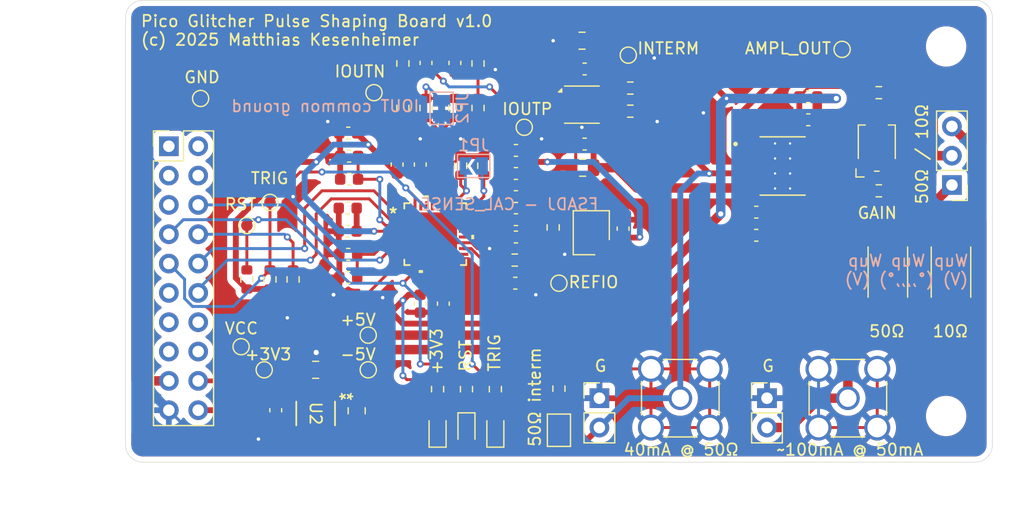
<source format=kicad_pcb>
(kicad_pcb (version 20240108) (generator "pcbnew") (generator_version "8.0")
  (layers (0 "F.Cu" signal) (31 "B.Cu" signal) (34 "B.Paste" user) (35 "F.Paste" user) (36 "B.SilkS" user "B.Silkscreen") (37 "F.SilkS" user "F.Silkscreen") (38 "B.Mask" user) (39 "F.Mask" user) (44 "Edge.Cuts" user))
  (net 0 "")
  (net 11 "GND")
  (net 12 "+5V")
  (net 13 "/TRIG")
  (net 14 "+3V3")
  (net 15 "/CSn")
  (net 16 "/MOSI")
  (net 17 "/MISO")
  (net 18 "VCC")
  (net 19 "/SCK")
  (net 29 "Net-(U1-CLKP)")
  (net 30 "Net-(X1-OUT+)")
  (net 31 "Net-(U1-CLKN)")
  (net 32 "Net-(X1-OUT-)")
  (net 33 "/RSTn")
  (net 34 "/LDO1")
  (net 35 "/LDO2")
  (net 36 "/REFIO")
  (net 37 "Net-(R6-Pad1)")
  (net 38 "/CLKLDO")
  (net 39 "Net-(D1-A)")
  (net 40 "Net-(D2-K)")
  (net 41 "Net-(JP1-B)")
  (net 42 "Net-(JP1-A)")
  (net 43 "Net-(D3-A)")
  (net 45 "Net-(U2-CAP-)")
  (net 46 "Net-(U2-CAP+)")
  (net 47 "-5V")
  (net 48 "/+IN")
  (net 49 "/-IN")
  (net 50 "/FB")
  (net 51 "Net-(JP2-B)")
  (net 52 "/IOUTP")
  (net 53 "/IOUTN")
  (net 55 "/INTERM")
  (net 56 "/OUT")
  (net 57 "Net-(JP3-B)")
  (net 58 "Net-(J6-Pin_3)")
  (net 59 "Net-(R22-Pad2)")
  (net 60 "Net-(J6-Pin_1)")
  (net 61 "/AMPL_VIN+")
  (net 62 "/AMPL_VIN-")
  (net 63 "/AMPL_VOUT")
  (footprint "LED_SMD:LED_0603_1608Metric" (layer "F.Cu") (at 96 103.7125 90)
    (property "Reference" "D3" (hide yes))
    (property "Value" "LED_BLUE_TRIG")
  )
  (footprint "Capacitor_SMD:C_0603_1608Metric" (layer "F.Cu") (at 89.5 92.775 90)
    (property "Reference" "C15" (hide yes))
    (property "Value" "0.1uF")
  )
  (footprint "Capacitor_SMD:C_0603_1608Metric" (layer "F.Cu") (at 103.725 78.95)
    (property "Reference" "C30" (hide yes))
    (property "Value" "0.1uF")
  )
  (footprint "TestPoint:TestPoint_Pad_D1.0mm" (layer "F.Cu") (at 85 98.5)
    (property "Reference" "TP8" (hide yes))
    (property "Value" "TP_-5V")
  )
  (footprint "Capacitor_SMD:C_0603_1608Metric" (layer "F.Cu") (at 77 102 90)
    (property "Reference" "C29" (hide yes))
    (property "Value" "0.1uF")
  )
  (footprint "Connector_PinHeader_2.54mm:PinHeader_1x03_P2.54mm_Vertical" (layer "F.Cu") (at 135.5 82.5 180)
    (property "Reference" "J6" (hide yes))
    (property "Value" "Conn_01x03_Pin")
  )
  (footprint "footprints:CP-32-12_ADI" (layer "F.Cu") (at 90.8011 86.750001)
    (property "Reference" "U1" (hide yes))
    (property "Value" "AD9102BCPZRL7")
  )
  (footprint "TestPoint:TestPoint_Pad_D1.0mm" (layer "F.Cu") (at 98.5 77.5)
    (property "Reference" "TP9" (hide yes))
    (property "Value" "TP_IOUTP")
  )
  (footprint "TestPoint:TestPoint_Pad_D1.0mm" (layer "F.Cu") (at 85 95.5)
    (property "Reference" "TP4" (hide yes))
    (property "Value" "TP_5V")
  )
  (footprint "Resistor_SMD:R_0603_1608Metric" (layer "F.Cu") (at 90 75.825 -90)
    (property "Reference" "R12" (hide yes))
    (property "Value" "420")
  )
  (footprint "Capacitor_SMD:C_0805_2012Metric" (layer "F.Cu") (at 103.5 70)
    (property "Reference" "C28" (hide yes))
    (property "Value" "2.2uF")
  )
  (footprint "Capacitor_SMD:C_0603_1608Metric" (layer "F.Cu") (at 103.725 72.45)
    (property "Reference" "C27" (hide yes))
    (property "Value" "0.1uF")
  )
  (footprint "Resistor_SMD:R_0603_1608Metric" (layer "F.Cu") (at 94.5 71.975 -90)
    (property "Reference" "R15" (hide yes))
    (property "Value" "10K")
  )
  (footprint "TestPoint:TestPoint_Pad_D1.0mm" (layer "F.Cu") (at 74.5 86)
    (property "Reference" "TP7" (hide yes))
    (property "Value" "TP_RST")
  )
  (footprint "Connector_PinHeader_2.54mm:PinHeader_1x02_P2.54mm_Vertical" (layer "F.Cu") (at 105 100.96)
    (property "Reference" "J4" (hide yes))
    (property "Value" "Conn_01x02_Pin")
  )
  (footprint "Potentiometer_SMD:Potentiometer_Bourns_TC33X_Vertical" (layer "F.Cu") (at 129 79.2 90)
    (property "Reference" "RV1" (hide yes))
    (property "Value" "1k")
  )
  (footprint "Connector_Coaxial:SMA_Amphenol_901-144_Vertical" (layer "F.Cu") (at 112 100.96)
    (property "Reference" "J2" (hide yes))
    (property "Value" "Conn_Coaxial")
  )
  (footprint "Resistor_SMD:R_0603_1608Metric" (layer "F.Cu") (at 97.675 89 180)
    (property "Reference" "R6" (hide yes))
    (property "Value" "1k")
  )
  (footprint "Capacitor_SMD:C_0603_1608Metric" (layer "F.Cu") (at 97.775 85.5 180)
    (property "Reference" "C1" (hide yes))
    (property "Value" "0.1uF")
  )
  (footprint "Capacitor_SMD:C_0603_1608Metric" (layer "F.Cu") (at 97.775 83.5 180)
    (property "Reference" "C9" (hide yes))
    (property "Value" "0.1uF")
  )
  (footprint "Capacitor_SMD:C_0603_1608Metric" (layer "F.Cu") (at 90 71.925 -90)
    (property "Reference" "C26" (hide yes))
    (property "Value" "1.5pF")
  )
  (footprint "Connector_PinHeader_2.54mm:PinHeader_2x10_P2.54mm_Vertical" (layer "F.Cu") (at 67.75 79.14)
    (property "Reference" "J1" (hide yes))
    (property "Value" "Conn_02x10_Odd_Even")
  )
  (footprint "Resistor_SMD:R_2512_6332Metric" (layer "F.Cu") (at 135.42 90.0375 90)
    (property "Reference" "R20" (hide yes))
    (property "Value" "10")
  )
  (footprint "Capacitor_SMD:C_0603_1608Metric" (layer "F.Cu") (at 83.35 82)
    (property "Reference" "C6" (hide yes))
    (property "Value" "0.1uF")
  )
  (footprint "TestPoint:TestPoint_Pad_D1.0mm" (layer "F.Cu") (at 107.5 71.25)
    (property "Reference" "TP11" (hide yes))
    (property "Value" "TP_INTERM")
  )
  (footprint "Resistor_SMD:R_0603_1608Metric" (layer "F.Cu") (at 76.5 90.675 90)
    (property "Reference" "R2" (hide yes))
    (property "Value" "4.7k")
  )
  (footprint "Resistor_SMD:R_0603_1608Metric" (layer "F.Cu") (at 107.675 76.1025 180)
    (property "Reference" "R17" (hide yes))
    (property "Value" "10K")
  )
  (footprint "Capacitor_SMD:C_0603_1608Metric" (layer "F.Cu") (at 83.225 84.5)
    (property "Reference" "C13" (hide yes))
    (property "Value" "0.1uF")
  )
  (footprint "Resistor_SMD:R_0603_1608Metric" (layer "F.Cu") (at 107.675 74.1025)
    (property "Reference" "R18" (hide yes))
    (property "Value" "49.9")
  )
  (footprint "TestPoint:TestPoint_Pad_D1.0mm" (layer "F.Cu") (at 85.5 74.5)
    (property "Reference" "TP10" (hide yes))
    (property "Value" "TP_IOUTP")
  )
  (footprint "Capacitor_SMD:C_0603_1608Metric" (layer "F.Cu") (at 97.775 87 180)
    (property "Reference" "C2" (hide yes))
    (property "Value" "0.1uF")
  )
  (footprint "Capacitor_SMD:C_0603_1608Metric" (layer "F.Cu") (at 83.35 80)
    (property "Reference" "C7" (hide yes))
    (property "Value" "100pF")
  )
  (footprint "Oscillator:Oscillator_SMD_SiTime_PQFD-6L_3.2x2.5mm" (layer "F.Cu") (at 104.3 86.625 180)
    (property "Reference" "X1" (hide yes))
    (property "Value" "OB3225125MLDB6SI-00")
  )
  (footprint "TestPoint:TestPoint_Pad_D1.0mm" (layer "F.Cu") (at 76 98.5)
    (property "Reference" "TP3" (hide yes))
    (property "Value" "TP_3.3V")
  )
  (footprint "Connector_Coaxial:SMA_Amphenol_901-144_Vertical" (layer "F.Cu") (at 126.5 100.96)
    (property "Reference" "J3" (hide yes))
    (property "Value" "Conn_Coaxial")
  )
  (footprint "footprints:VREG_LM5017MR_NOPB" (layer "F.Cu") (at 120.85 80.85)
    (property "Reference" "U4" (hide yes))
    (property "Value" "THS3091DDAR")
  )
  (footprint "Resistor_SMD:R_0603_1608Metric" (layer "F.Cu") (at 93 80.825 90)
    (property "Reference" "R5" (hide yes))
    (property "Value" "6.8k")
  )
  (footprint "Capacitor_SMD:C_0603_1608Metric" (layer "F.Cu") (at 118.575 84.85 180)
    (property "Reference" "C23" (hide yes))
    (property "Value" "0.1uF")
  )
  (footprint "TestPoint:TestPoint_Pad_D1.0mm" (layer "F.Cu") (at 126 70.75)
    (property "Reference" "TP12" (hide yes))
    (property "Value" "TP_OUT")
  )
  (footprint "Package_CSP:LFCSP-8-1EP_3x3mm_P0.5mm_EP1.45x1.74mm" (layer "F.Cu") (at 103.485 75.5375)
    (property "Reference" "U3" (hide yes))
    (property "Value" "ADA4817-1ACP")
  )
  (footprint "Resistor_SMD:R_0603_1608Metric" (layer "F.Cu") (at 92.5 75.825 90)
    (property "Reference" "R11" (hide yes))
    (property "Value" "200")
  )
  (footprint "Capacitor_SMD:C_0805_2012Metric" (layer "F.Cu") (at 103.55 81)
    (property "Reference" "C31" (hide yes))
    (property "Value" "2.2uF")
  )
  (footprint "Capacitor_SMD:C_0603_1608Metric" (layer "F.Cu") (at 97.775 79.5 180)
    (property "Reference" "C17" (hide yes))
    (property "Value" "0.1uF")
  )
  (footprint "Capacitor_SMD:C_0805_2012Metric" (layer "F.Cu") (at 84 102.05 90)
    (property "Reference" "C19" (hide yes))
    (property "Value" "1uF")
  )
  (footprint "Resistor_SMD:R_0603_1608Metric" (layer "F.Cu") (at 88 75.825 -90)
    (property "Reference" "R14" (hide yes))
    (property "Value" "10k")
  )
  (footprint "MountingHole:MountingHole_3mm" (layer "F.Cu") (at 135 70.5)
    (property "Reference" "H1" (hide yes))
    (property "Value" "MountingHole")
  )
  (footprint "LED_SMD:LED_0603_1608Metric" (layer "F.Cu") (at 93.5 103.7125 -90)
    (property "Reference" "D2" (hide yes))
    (property "Value" "LED_GREEN_RESET")
  )
  (footprint "Resistor_SMD:R_0603_1608Metric" (layer "F.Cu") (at 94.5 75.825 -90)
    (property "Reference" "R13" (hide yes))
    (property "Value" "10K")
  )
  (footprint "TestPoint:TestPoint_Pad_D1.0mm" (layer "F.Cu") (at 76.5 84)
    (property "Reference" "TP6" (hide yes))
    (property "Value" "TP_TRIG")
  )
  (footprint "Capacitor_SMD:C_0603_1608Metric" (layer "F.Cu") (at 118.575 86.85 180)
    (property "Reference" "C24" (hide yes))
    (property "Value" "100pF")
  )
  (footprint "TestPoint:TestPoint_Pad_D1.0mm" (layer "F.Cu") (at 70.5 75)
    (property "Reference" "TP2" (hide yes))
    (property "Value" "TP_GND")
  )
  (footprint "Resistor_SMD:R_0603_1608Metric" (layer "F.Cu") (at 101.5 100.135 -90)
    (property "Reference" "R21" (hide yes))
    (property "Value" "49.9")
  )
  (footprint "Resistor_SMD:R_0603_1608Metric" (layer "F.Cu") (at 91 100.175 -90)
    (property "Reference" "R8" (hide yes))
    (property "Value" "150")
  )
  (footprint "TestPoint:TestPoint_Pad_D1.0mm" (layer "F.Cu") (at 101.5 91)
    (property "Reference" "TP1" (hide yes))
    (property "Value" "TP_REFIO")
  )
  (footprint "Capacitor_SMD:C_0603_1608Metric" (layer "F.Cu") (at 83.225 86.5)
    (property "Reference" "C12" (hide yes))
    (property "Value" "100pF")
  )
  (footprint "Jumper:SolderJumper-2_P1.3mm_Open_TrianglePad1.0x1.5mm" (layer "F.Cu") (at 101.5 103.735 90)
    (property "Reference" "JP3" (hide yes))
    (property "Value" "SolderJumper_2_Open")
  )
  (footprint "Resistor_SMD:R_0603_1608Metric" (layer "F.Cu") (at 129.175 74.5 180)
    (property "Reference" "R19" (hide yes))
    (property "Value" "500")
  )
  (footprint "Capacitor_SMD:C_0603_1608Metric" (layer "F.Cu") (at 123.075 74.85)
    (property "Reference" "C22" (hide yes))
    (property "Value" "100pF")
  )
  (footprint "Resistor_SMD:R_0603_1608Metric" (layer "F.Cu") (at 96 100.175 -90)
    (property "Reference" "R10" (hide yes))
    (property "Value" "150")
  )
  (footprint "Resistor_SMD:R_0603_1608Metric" (layer "F.Cu") (at 74.5 90.675 90)
    (property "Reference" "R1" (hide yes))
    (property "Value" "4.7k")
  )
  (footprint "Resistor_SMD:R_0603_1608Metric" (layer "F.Cu") (at 95 80.825 90)
    (property "Reference" "R7" (hide yes))
    (property "Value" "6.8k")
  )
  (footprint "Capacitor_SMD:C_0603_1608Metric" (layer "F.Cu") (at 97.725 91 180)
    (property "Reference" "C8" (hide yes))
    (property "Value" "0.1uF")
  )
  (footprint "Resistor_SMD:R_0603_1608Metric" (layer "F.Cu") (at 78.5 90.675 90)
    (property "Reference" "R3" (hide yes))
    (property "Value" "4.7k")
  )
  (footprint "Capacitor_SMD:C_0603_1608Metric" (layer "F.Cu") (at 89.5 80.725 -90)
    (property "Reference" "C18" (hide yes))
    (property "Value" "100pF")
  )
  (footprint "Capacitor_SMD:C_0603_1608Metric" (layer "F.Cu") (at 83.275 78)
    (property "Reference" "C16" (hide yes))
    (property "Value" "100pF")
  )
  (footprint "Capacitor_SMD:C_0603_1608Metric" (layer "F.Cu") (at 91.5 92.775 90)
    (property "Reference" "C14" (hide yes))
    (property "Value" "100pF")
  )
  (footprint "Connector_PinHeader_2.54mm:PinHeader_1x02_P2.54mm_Vertical" (layer "F.Cu") (at 119.5 100.96)
    (property "Reference" "J5" (hide yes))
    (property "Value" "Conn_01x02_Pin")
  )
  (footprint "Capacitor_SMD:C_0603_1608Metric" (layer "F.Cu") (at 123.075 76.85)
    (property "Reference" "C21" (hide yes))
    (property "Value" "0.1uF")
  )
  (footprint "Capacitor_SMD:C_0603_1608Metric" (layer "F.Cu") (at 97.775 81.5 180)
    (property "Reference" "C10" (hide yes))
    (property "Value" "100pF")
  )
  (footprint "Capacitor_SMD:C_0603_1608Metric" (layer "F.Cu") (at 92.5 71.925 -90)
    (property "Reference" "C25" (hide yes))
    (property "Value" "1.5pF")
  )
  (footprint "Capacitor_SMD:C_0805_2012Metric" (layer "F.Cu") (at 80.45 98.5)
    (property "Reference" "C20" (hide yes))
    (property "Value" "1uF")
  )
  (footprint "Resistor_SMD:R_0603_1608Metric" (layer "F.Cu") (at 101 86.175 -90)
    (property "Reference" "R4" (hide yes))
    (property "Value" "100")
  )
  (footprint "MountingHole:MountingHole_3mm" (layer "F.Cu") (at 135 102.5)
    (property "Reference" "H2" (hide yes))
    (property "Value" "MountingHole")
  )
  (footprint "Capacitor_SMD:C_0603_1608Metric" (layer "F.Cu") (at 83.275 90.5)
    (property "Reference" "C4" (hide yes))
    (property "Value" "0.1uF")
  )
  (footprint "Resistor_SMD:R_2512_6332Metric" (layer "F.Cu") (at 129.9575 90.0375 90)
    (property "Reference" "R23" (hide yes))
    (property "Value" "49.9")
  )
  (footprint "Capacitor_SMD:C_0603_1608Metric" (layer "F.Cu") (at 107.05 86.275 -90)
    (property "Reference" "C3" (hide yes))
    (property "Value" "0.1uF")
  )
  (footprint "Resistor_SMD:R_0603_1608Metric" (layer "F.Cu") (at 93.5 100.175 90)
    (property "Reference" "R9" (hide yes))
    (property "Value" "150")
  )
  (footprint "Capacitor_SMD:C_0603_1608Metric" (layer "F.Cu") (at 83.275 88.5)
    (property "Reference" "C5" (hide yes))
    (property "Value" "100pF")
  )
  (footprint "Resistor_SMD:R_0603_1608Metric" (layer "F.Cu") (at 129.175 83 180)
    (property "Reference" "R22" (hide yes))
    (property "Value" "500")
  )
  (footprint "Capacitor_SMD:C_0603_1608Metric" (layer "F.Cu") (at 87.5 80.725 -90)
    (property "Reference" "C11" (hide yes))
    (property "Value" "0.1uF")
  )
  (footprint "TestPoint:TestPoint_Pad_D1.0mm" (layer "F.Cu") (at 74 96.5)
    (property "Reference" "TP5" (hide yes))
    (property "Value" "TP_VCC")
  )
  (footprint "Resistor_SMD:R_0603_1608Metric" (layer "F.Cu") (at 88 71.975 -90)
    (property "Reference" "R16" (hide yes))
    (property "Value" "10K")
  )
  (footprint "LED_SMD:LED_0603_1608Metric" (layer "F.Cu") (at 91 103.7125 90)
    (property "Reference" "D1" (hide yes))
    (property "Value" "LED_RED_3.3V")
  )
  (footprint "footprints:RT_6_ADI" (layer "F.Cu") (at 80.450001 102.2808 -90)
    (property "Reference" "U2")
    (property "Value" "ADM8829ARTZ-REEL7")
  )
  (footprint "Jumper:SolderJumper-2_P1.3mm_Open_TrianglePad1.0x1.5mm" (layer "B.Cu") (at 94.125 80.85 180)
    (property "Reference" "JP1")
    (property "Value" "SolderJumper_2_Open")
  )
  (footprint "Jumper:SolderJumper-2_P1.3mm_Bridged_Pad1.0x1.5mm" (layer "B.Cu") (at 91.35 75.85 90)
    (property "Reference" "JP2")
    (property "Value" "SolderJumper_2_Bridged")
  )
  (gr_arc (start 137.5 66.5) (mid 138.56066 66.93934) (end 139 68) (stroke (width 0.05)) (layer "Edge.Cuts"))
  (gr_line (start 139 105) (end 139 68) (stroke (width 0.05)) (layer "Edge.Cuts"))
  (gr_line (start 64 68) (end 64 105) (stroke (width 0.05)) (layer "Edge.Cuts"))
  (gr_arc (start 64 68) (mid 64.43934 66.93934) (end 65.5 66.5) (stroke (width 0.05)) (layer "Edge.Cuts"))
  (gr_arc (start 139 105) (mid 138.56066 106.06066) (end 137.5 106.5) (stroke (width 0.05)) (layer "Edge.Cuts"))
  (gr_arc (start 65.5 106.5) (mid 64.43934 106.06066) (end 64 105) (stroke (width 0.05)) (layer "Edge.Cuts"))
  (gr_line (start 137.5 66.5) (end 65.5 66.5) (stroke (width 0.05)) (layer "Edge.Cuts"))
  (gr_line (start 65.5 106.5) (end 137.5 106.5) (stroke (width 0.05)) (layer "Edge.Cuts"))
  (gr_text "Wup Wup Wup\n(V) (°,,,,°) (V) " (at 137 91.25 0) (layer "B.SilkS") (effects (font (size 1 1)) (justify left bottom mirror)))
  (gr_text "IOUT common ground" (at 89.5 76.25 0) (layer "B.SilkS") (effects (font (size 1 1)) (justify left bottom mirror)))
  (gr_text "FSADJ - CAL_SENSE" (at 105 84.75 0) (layer "B.SilkS") (effects (font (size 1 1)) (justify left bottom mirror)))
  (gr_text "-5V" (at 82.5 97.75 0) (layer "F.SilkS") (effects (font (size 1 1)) (justify left bottom)))
  (gr_text "40mA @ 50Ω" (at 107 106 0) (layer "F.SilkS") (effects (font (size 1 1)) (justify left bottom)))
  (gr_text "RST" (at 72.5 84.75 0) (layer "F.SilkS") (effects (font (size 1 1)) (justify left bottom)))
  (gr_text "50Ω / 10Ω" (at 133.5 84.25 90) (layer "F.SilkS") (effects (font (size 1 1)) (justify left bottom)))
  (gr_text "VCC" (at 72.5 95.5 0) (layer "F.SilkS") (effects (font (size 1 1)) (justify left bottom)))
  (gr_text "10Ω" (at 133.75 95.75 0) (layer "F.SilkS") (effects (font (size 1 1)) (justify left bottom)))
  (gr_text "G" (at 104.5 98.75 0) (layer "F.SilkS") (effects (font (size 1 1)) (justify left bottom)))
  (gr_text "AMPL_OUT" (at 117.5 71.25 0) (layer "F.SilkS") (effects (font (size 1 1)) (justify left bottom)))
  (gr_text "IOUTP" (at 96.5 76.5 0) (layer "F.SilkS") (effects (font (size 1 1)) (justify left bottom)))
  (gr_text "50Ω interm" (at 100 105.25 90) (layer "F.SilkS") (effects (font (size 1 1)) (justify left bottom)))
  (gr_text "Pico Glitcher Pulse Shaping Board v1.0\n(c) 2025 Matthias Kesenheimer" (at 65.25 70.5 0) (layer "F.SilkS") (effects (font (size 1 1)) (justify left bottom)))
  (gr_text "+5V" (at 82.5 94.75 0) (layer "F.SilkS") (effects (font (size 1 1)) (justify left bottom)))
  (gr_text "GAIN" (at 127.25 85.5 0) (layer "F.SilkS") (effects (font (size 1 1)) (justify left bottom)))
  (gr_text "50Ω" (at 128.25 95.75 0) (layer "F.SilkS") (effects (font (size 1 1)) (justify left bottom)))
  (gr_text "~100mA @ 50mA" (at 120.25 106 0) (layer "F.SilkS") (effects (font (size 1 1)) (justify left bottom)))
  (gr_text "G" (at 119 98.75 0) (layer "F.SilkS") (effects (font (size 1 1)) (justify left bottom)))
  (gr_text "INTERM" (at 108.2 71.25 0) (layer "F.SilkS") (effects (font (size 1 1)) (justify left bottom)))
  (gr_text "GND" (at 69 73.75 0) (layer "F.SilkS") (effects (font (size 1 1)) (justify left bottom)))
  (gr_text "TRIG" (at 74.75 82.5 0) (layer "F.SilkS") (effects (font (size 1 1)) (justify left bottom)))
  (gr_text "IOUTN" (at 82 73.25 0) (layer "F.SilkS") (effects (font (size 1 1)) (justify left bottom)))
  (gr_text "REFIO" (at 102.25 91.5 0) (layer "F.SilkS") (effects (font (size 1 1)) (justify left bottom)))
  (gr_text "+3V3" (at 74.25 97.75 0) (layer "F.SilkS") (effects (font (size 1 1)) (justify left bottom)))
  (gr_text "TRIG" (at 96.5 98.75 90) (layer "F.SilkS") (effects (font (size 1 1)) (justify left bottom)))
  (gr_text "RST" (at 94 98.75 90) (layer "F.SilkS") (effects (font (size 1 1)) (justify left bottom)))
  (gr_text "+3V3" (at 91.5 99 90) (layer "F.SilkS") (effects (font (size 1 1)) (justify left bottom)))
  (segment (start 102.55 72.05) (end 102.95 72.45) (width 0.254) (layer "F.Cu") (net 11))
  (segment (start 93 78.5) (end 93 80) (width 0.254) (layer "F.Cu") (net 11))
  (segment (start 121 76.5) (end 120 76.5) (width 0.818) (layer "F.Cu") (net 11))
  (segment (start 92.0511 85.500001) (end 92.0511 84.298901) (width 0.254) (layer "F.Cu") (net 11))
  (segment (start 77 102.775) (end 77 103) (width 0.254) (layer "F.Cu") (net 11))
  (segment (start 90.8011 86.750001) (end 92.0511 85.500001) (width 0.254) (layer "F.Cu") (net 11))
  (segment (start 101.5 99.31) (end 100.19 99.31) (width 0.254) (layer "F.Cu") (net 11))
  (segment (start 114.54 103.5) (end 117 101.04) (width 0.254) (layer "F.Cu") (net 11))
  (segment (start 75.5 104.5) (end 75.75 104.25) (width 0.254) (layer "F.Cu") (net 11))
  (segment (start 90.8011 86.750001) (end 92.0511 88.000001) (width 0.254) (layer "F.Cu") (net 11))
  (segment (start 102.95 78.95) (end 102.95 80) (width 0.254) (layer "F.Cu") (net 11))
  (segment (start 90.8011 86.750001) (end 91.551101 87.500002) (width 0.254) (layer "F.Cu") (net 11))
  (segment (start 114.54 103.5) (end 109.46 103.5) (width 0.254) (layer "F.Cu") (net 11))
  (segment (start 98.5 101) (end 98.5 103.5) (width 0.254) (layer "F.Cu") (net 11))
  (segment (start 93.2522 87.500002) (end 93.939601 87.500002) (width 0.254) (layer "F.Cu") (net 11))
  (segment (start 119 77.5) (end 119.4 77.5) (width 0.818) (layer "F.Cu") (net 11))
  (segment (start 98.5 103.5) (end 97.5 104.5) (width 0.254) (layer "F.Cu") (net 11))
  (segment (start 102.6 81.1) (end 105.1 83.6) (width 0.254) (layer "F.Cu") (net 11))
  (segment (start 82.5 90.5) (end 82.5 88.5) (width 0.254) (layer "F.Cu") (net 11))
  (segment (start 121 76.5) (end 121 77.5) (width 0.818) (layer "F.Cu") (net 11))
  (segment (start 122 84.5) (end 122 85.5) (width 0.818) (layer "F.Cu") (net 11))
  (segment (start 121.637717 80.85) (end 120.85 80.85) (width 0.254) (layer "F.Cu") (net 11))
  (segment (start 82.5 91.5) (end 82 92) (width 0.254) (layer "F.Cu") (net 11))
  (segment (start 120.2 78.3) (end 121 77.5) (width 0.818) (layer "F.Cu") (net 11))
  (segment (start 82.5 90.5) (end 82.5 91.5) (width 0.254) (layer "F.Cu") (net 11))
  (segment (start 94.65 71.15) (end 96 72.5) (width 0.254) (layer "F.Cu") (net 11))
  (segment (start 119.35 83.65) (end 120.2 82.8) (width 0.818) (layer "F.Cu") (net 11))
  (segment (start 102.55 70) (end 102.55 72.05) (width 0.254) (layer "F.Cu") (net 11))
  (segment (start 121.5 78.9) (end 121.5 78.5) (width 0.818) (layer "F.Cu") (net 11))
  (segment (start 114.54 98.42) (end 114.54 103.5) (width 0.254) (layer "F.Cu") (net 11))
  (segment (start 95.2355 105.2645) (end 91.7645 105.2645) (width 0.254) (layer "F.Cu") (net 11))
  (segment (start 93 92.5) (end 91.95 93.55) (width 0.254) (layer "F.Cu") (net 11))
  (segment (start 77 103) (end 75.5 104.5) (width 0.254) (layer "F.Cu") (net 11))
  (segment (start 120.2 82.8) (end 119.975 83.025) (width 0.818) (layer "F.Cu") (net 11))
  (segment (start 109.46 98.42) (end 114.54 98.42) (width 0.254) (layer "F.Cu") (net 11))
  (segment (start 123 84.5) (end 123 85.5) (width 0.818) (layer "F.Cu") (net 11))
  (segment (start 93.939601 87.500002) (end 94.439599 88) (width 0.254) (layer "F.Cu") (net 11))
  (segment (start 119.35 84.85) (end 119.35 86.85) (width 0.254) (layer "F.Cu") (net 11))
  (segment (start 121.5 77.65) (end 121.5 81.5) (width 0.818) (layer "F.Cu") (net 11))
  (segment (start 119.35 84.85) (end 119.35 83.65) (width 0.818) (layer "F.Cu") (net 11))
  (segment (start 94.5 71.15) (end 94.65 71.15) (width 0.254) (layer "F.Cu") (net 11))
  (segment (start 92.0511 84.298901) (end 92.0511 80.9489) (width 0.254) (layer "F.Cu") (net 11))
  (segment (start 121.5 78.5) (end 122.3 77.7) (width 0.818) (layer "F.Cu") (net 11))
  (segment (start 82.45 86.5) (end 82.45 88.45) (width 0.254) (layer "F.Cu") (net 11))
  (segment (start 95 80) (end 96.302 78.698) (width 0.254) (layer "F.Cu") (net 11))
  (segment (start 121.5 82.8) (end 121.5 84) (width 0.818) (layer "F.Cu") (net 11))
  (segment (start 121.5 83) (end 123 84.5) (width 0.818) (layer "F.Cu") (net 11))
  (segment (start 122.3 76.85) (end 121.35 76.85) (width 0.818) (layer "F.Cu") (net 11))
  (segment (start 95 80) (end 93 80) (width 0.254) (layer "F.Cu") (net 11))
  (segment (start 105 100.96) (end 105 98.42) (width 0.254) (layer "F.Cu") (net 11))
  (segment (start 120.2 78.7) (end 119 77.5) (width 0.818) (layer "F.Cu") (net 11))
  (segment (start 98.5 91) (end 99.5 92) (width 0.254) (layer "F.Cu") (net 11))
  (segment (start 120.85 83.35) (end 120.85 80.85) (width 0.818) (layer "F.Cu") (net 11))
  (segment (start 120.2 80.2) (end 121.5 80.2) (width 0.254) (layer "F.Cu") (net 11))
  (segment (start 120.2 81.5) (end 121.5 81.5) (width 0.254) (layer "F.Cu") (net 11))
  (segment (start 103.485 77.5) (end 103.485 78.415) (width 0.254) (layer "F.Cu") (net 11))
  (segment (start 92.5 71.15) (end 94.5 71.15) (width 0.254) (layer "F.Cu") (net 11))
  (segment (start 92.0511 90.5511) (end 93 91.5) (width 0.254) (layer "F.Cu") (net 11))
  (segment (start 120 82.6) (end 120.2 82.8) (width 0.818) (layer "F.Cu") (net 11))
  (segment (start 121.5 82.8) (end 121.5 83) (width 0.818) (layer "F.Cu") (net 11))
  (segment (start 92.0511 88.000001) (end 92.0511 89.201101) (width 0.254) (layer "F.Cu") (net 11))
  (segment (start 123 85.5) (end 122 85.5) (width 0.818) (layer "F.Cu") (net 11))
  (segment (start 91.95 93.55) (end 91.5 93.55) (width 0.254) (layer "F.Cu") (net 11))
  (segment (start 99 79.5) (end 100 78.5) (width 0.254) (layer "F.Cu") (net 11))
  (segment (start 96 104.5) (end 95.2355 105.2645) (width 0.254) (layer "F.Cu") (net 11))
  (segment (start 121.5 84) (end 121 84.5) (width 0.818) (layer "F.Cu") (net 11))
  (segment (start 102.6 81) (end 102.6 81.1) (width 0.254) (layer "F.Cu") (net 11))
  (segment (start 122.3 74.85) (end 122.3 76.85) (width 0.254) (layer "F.Cu") (net 11))
  (segment (start 92.0511 80.9489) (end 93 80) (width 0.254) (layer "F.Cu") (net 11))
  (segment (start 100.19 99.31) (end 98.5 101) (width 0.254) (layer "F.Cu") (net 11))
  (segment (start 70.5 75) (end 77.5 75) (width 0.254) (layer "F.Cu") (net 11))
  (segment (start 93 91.5) (end 93 92.5) (width 0.254) (layer "F.Cu") (net 11))
  (segment (start 102.95 80) (end 102.95 80.65) (width 0.254) (layer "F.Cu") (net 11))
  (segment (start 82.45 88.45) (end 82.5 88.5) (width 0.254) (layer "F.Cu") (net 11))
  (segment (start 82.575 78.075) (end 82.5 78) (width 0.254) (layer "F.Cu") (net 11))
  (segment (start 97.5 104.5) (end 96 104.5) (width 0.254) (layer "F.Cu") (net 11))
  (segment (start 121 82.3) (end 121.5 82.8) (width 0.818) (layer "F.Cu") (net 11))
  (segment (start 119 76.5) (end 120 76.5) (width 0.818) (layer "F.Cu") (net 11))
  (segment (start 96.302 78.698) (end 97.748 78.698) (width 0.254) (layer "F.Cu") (net 11))
  (segment (start 119.35 84.85) (end 120.65 84.85) (width 0.818) (layer "F.Cu") (net 11))
  (segment (start 105.1 85.5) (end 107.05 85.5) (width 0.254) (layer "F.Cu") (net 11))
  (segment (start 90.051099 86) (end 88.35 86) (width 0.254) (layer "F.Cu") (net 11))
  (segment (start 108.5 76.1025) (end 109.1025 76.1025) (width 0.254) (layer "F.Cu") (net 11))
  (segment (start 105.1 83.6) (end 105.1 85.5) (width 0.254) (layer "F.Cu") (net 11))
  (segment (start 121.5 84) (end 122 84.5) (width 0.818) (layer "F.Cu") (net 11))
  (segment (start 120.2 78.9) (end 120.2 82.8) (width 0.254) (layer "F.Cu") (net 11))
  (segment (start 120.2 78.9) (end 121.5 78.9) (width 0.254) (layer "F.Cu") (net 11))
  (segment (start 119 76.5) (end 119 77.5) (width 0.818) (layer "F.Cu") (net 11))
  (segment (start 119.35 84.85) (end 119.975 84.225) (width 0.818) (layer "F.Cu") (net 11))
  (segment (start 77 102.775) (end 78.775 102.775) (width 0.254) (layer "F.Cu") (net 11))
  (segment (start 117 101) (end 117.04 100.96) (width 0.254) (layer "F.Cu") (net 11))
  (segment (start 102.6 81) (end 102.1 81.5) (width 0.254) (layer "F.Cu") (net 11))
  (segment (start 79.5 77) (end 81.5 77) (width 0.254) (layer "F.Cu") (net 11))
  (segment (start 120.65 84.85) (end 121 84.5) (width 0.818) (layer "F.Cu") (net 11))
  (segment (start 82.575 80) (end 82.575 78.075) (width 0.254) (layer "F.Cu") (net 11))
  (segment (start 122.3 77.7) (end 122.3 76.85) (width 0.818) (layer "F.Cu") (net 11))
  (segment (start 121.5 78.9) (end 121.5 82.8) (width 0.254) (layer "F.Cu") (net 11))
  (segment (start 120.2 78.9) (end 120.2 78.7) (width 0.818) (layer "F.Cu") (net 11))
  (segment (start 109.46 98.42) (end 105 98.42) (width 0.254) (layer "F.Cu") (net 11))
  (segment (start 129.04 103.5) (end 129.04 98.42) (width 0.254) (layer "F.Cu") (net 11))
  (segment (start 103.485 75.5375) (end 103.485 77.5) (width 0.254) (layer "F.Cu") (net 11))
  (segment (start 119.975 83.025) (end 119.975 84.225) (width 0.818) (layer "F.Cu") (net 11))
  (segment (start 123.96 103.5) (end 129.04 103.5) (width 0.254) (layer "F.Cu") (net 11))
  (segment (start 98.55 81.5) (end 98.55 83.5) (width 0.254) (layer "F.Cu") (net 11))
  (segment (start 122 85.5) (end 121 85.5) (width 0.818) (layer "F.Cu") (net 11))
  (segment (start 109.1025 76.1025) (end 110 77) (width 0.254) (layer "F.Cu") (net 11))
  (segment (start 109.46 103.5) (end 109.46 98.42) (width 0.254) (layer "F.Cu") (net 11))
  (segment (start 82.45 84.5) (end 82.45 86.5) (width 0.254) (layer "F.Cu") (net 11))
  (segment (start 87.5 79.95) (end 89.5 79.95) (width 0.254) (layer "F.Cu") (net 11))
  (segment (start 121 77.5) (end 121 82.3) (width 0.818) (layer "F.Cu") (net 11))
  (segment (start 78.775 102.775) (end 79.5 103.5) (width 0.254) (layer "F.Cu") (net 11))
  (segment (start 105 98.42) (end 102.39 98.42) (width 0.254) (layer "F.Cu") (net 11))
  (segment (start 79.5 98.5) (end 79.5 98) (width 0.818) (layer "F.Cu") (net 11))
  (segment (start 77.5 75) (end 79.5 77) (width 0.254) (layer "F.Cu") (net 11))
  (segment (start 102.95 80.65) (end 102.6 81) (width 0.254) (layer "F.Cu") (net 11))
  (segment (start 103.485 78.415) (end 102.95 78.95) (width 0.254) (layer "F.Cu") (net 11))
  (segment (start 91.7645 105.2645) (end 91 104.5) (width 0.254) (layer "F.Cu") (net 11))
  (segment (start 117 101.04) (end 117 101) (width 0.254) (layer "F.Cu") (net 11))
  (segment (start 94.439599 88) (end 95.5 88) (width 0.254) (layer "F.Cu") (net 11))
  (segment (start 102.55 70) (end 101 70) (width 0.254) (layer "F.Cu") (net 11))
  (segment (start 97.748 78.698) (end 98.55 79.5) (width 0.254) (layer "F.Cu") (net 11))
  (segment (start 119.5 100.96) (end 121.42 100.96) (width 0.254) (layer "F.Cu") (net 11))
  (segment (start 120 77.5) (end 120 76.5) (width 0.818) (layer "F.Cu") (net 11))
  (segment (start 81.5 77) (end 82.5 78) (width 0.254) (layer "F.Cu") (net 11))
  (segment (start 121.42 100.96) (end 123.96 98.42) (width 0.254) (layer "F.Cu") (net 11))
  (segment (start 120.2 78.9) (end 120.2 78.3) (width 0.818) (layer "F.Cu") (net 11))
  (segment (start 121 85.5) (end 121 84.5) (width 0.818) (layer "F.Cu") (net 11))
  (segment (start 127.898 74.048) (end 123.102 74.048) (width 0.254) (layer "F.Cu") (net 11))
  (segment (start 122.3 76.85) (end 121.5 77.65) (width 0.818) (layer "F.Cu") (net 11))
  (segment (start 90.8011 86.750001) (end 90.051099 86) (width 0.254) (layer "F.Cu") (net 11))
  (segment (start 117.04 100.96) (end 119.5 100.96) (width 0.254) (layer "F.Cu") (net 11))
  (segment (start 102.39 98.42) (end 101.5 99.31) (width 0.254) (layer "F.Cu") (net 11))
  (segment (start 121.35 76.85) (end 121 76.5) (width 0.818) (layer "F.Cu") (net 11))
  (segment (start 92.0511 89.201101) (end 92.0511 90.5511) (width 0.254) (layer "F.Cu") (net 11))
  (segment (start 91.5 93.55) (end 89.5 93.55) (width 0.254) (layer "F.Cu") (net 11))
  (segment (start 120.2 82.8) (end 121.5 82.8) (width 0.254) (layer "F.Cu") (net 11))
  (segment (start 102.1 81.5) (end 98.55 81.5) (width 0.254) (layer "F.Cu") (net 11))
  (segment (start 82.575 80) (end 82.575 82) (width 0.254) (layer "F.Cu") (net 11))
  (segment (start 128.35 74.5) (end 127.898 74.048) (width 0.254) (layer "F.Cu") (net 11))
  (segment (start 121 77.5) (end 120 77.5) (width 0.818) (layer "F.Cu") (net 11))
  (segment (start 119.975 84.225) (end 120.85 83.35) (width 0.818) (layer "F.Cu") (net 11))
  (segment (start 91.551101 87.500002) (end 93.2522 87.500002) (width 0.254) (layer "F.Cu") (net 11))
  (segment (start 119.4 77.5) (end 120.2 78.3) (width 0.818) (layer "F.Cu") (net 11))
  (segment (start 123.102 74.048) (end 122.3 74.85) (width 0.254) (layer "F.Cu") (net 11))
  (segment (start 98.55 79.5) (end 99 79.5) (width 0.254) (layer "F.Cu") (net 11))
  (segment (start 89.5 79.95) (end 89.5 78.5) (width 0.254) (layer "F.Cu") (net 11))
  (segment (start 120 77.5) (end 120 82.6) (width 0.818) (layer "F.Cu") (net 11))
  (segment (start 79.5 98) (end 80.5 97) (width 0.818) (layer "F.Cu") (net 11))
  (via (at 102 88.5) (size 0.6) (drill 0.3) (layers "F.Cu" "B.Cu") (net 11))
  (via (at 82 92) (size 0.5) (drill 0.33) (layers "F.Cu" "B.Cu") (net 11))
  (via (at 81.5 77) (size 0.6) (drill 0.3) (layers "F.Cu" "B.Cu") (net 11))
  (via (at 100 78.5) (size 0.6) (drill 0.3) (layers "F.Cu" "B.Cu") (net 11))
  (via (at 109.75 71.5) (size 0.6) (drill 0.3) (layers "F.Cu" "B.Cu") (net 11))
  (via (at 110 77) (size 0.6) (drill 0.3) (layers "F.Cu" "B.Cu") (net 11))
  (via (at 101 70) (size 0.6) (drill 0.3) (layers "F.Cu" "B.Cu") (net 11))
  (via (at 86.25 92.25) (size 0.6) (drill 0.3) (layers "F.Cu" "B.Cu") (net 11))
  (via (at 75.5 104.5) (size 0.6) (drill 0.3) (layers "F.Cu" "B.Cu") (net 11))
  (via (at 103.485 77.5) (size 0.6) (drill 0.3) (layers "F.Cu" "B.Cu") (net 11))
  (via (at 114 76.25) (size 0.6) (drill 0.3) (layers "F.Cu" "B.Cu") (net 11))
  (via (at 96 72.5) (size 0.6) (drill 0.3) (layers "F.Cu" "B.Cu") (net 11))
  (via (at 80.5 97) (size 0.7) (drill 0.45) (layers "F.Cu" "B.Cu") (net 11))
  (via (at 78 94) (size 0.6) (drill 0.3) (layers "F.Cu" "B.Cu") (net 11))
  (via (at 89.5 78.5) (size 0.6) (drill 0.3) (layers "F.Cu" "B.Cu") (net 11))
  (via (at 78.5 83.5) (size 0.6) (drill 0.3) (layers "F.Cu" "B.Cu") (net 11))
  (via (at 93 78.5) (size 0.6) (drill 0.3) (layers "F.Cu" "B.Cu") (net 11))
  (via (at 99.5 92) (size 0.6) (drill 0.3) (layers "F.Cu" "B.Cu") (net 11))
  (via (at 95.5 88) (size 0.6) (drill 0.3) (layers "F.Cu" "B.Cu") (net 11))
  (segment (start 121 77.5) (end 126.5 77.5) (width 0.254) (layer "B.Cu") (net 11))
  (segment (start 123.4 78.9) (end 121.5 78.9) (width 0.818) (layer "B.Cu") (net 11))
  (segment (start 120.2 78.9) (end 120.2 78.3) (width 0.818) (layer "B.Cu") (net 11))
  (segment (start 89.5 78.5) (end 91.35 76.65) (width 0.254) (layer "B.Cu") (net 11))
  (segment (start 123.5 80) (end 123.5 79.5) (width 0.818) (layer "B.Cu") (net 11))
  (segment (start 91.35 76.65) (end 91.35 76.5) (width 0.254) (layer "B.Cu") (net 11))
  (segment (start 120.943 84.443) (end 121 84.5) (width 0.254) (layer "B.Cu") (net 11))
  (segment (start 118.6 78.9) (end 118.5 79) (width 0.254) (layer "B.Cu") (net 11))
  (segment (start 65.5 99.75) (end 65.5 96.5) (width 0.818) (layer "B.Cu") (net 11))
  (segment (start 105 97.5) (end 105 100.96) (width 0.254) (layer "B.Cu") (net 11))
  (segment (start 118.5 81.5) (end 118.5 82) (width 0.818) (layer "B.Cu") (net 11))
  (segment (start 118.5 79.5) (end 118.5 80) (width 0.818) (layer "B.Cu") (net 11))
  (segment (start 123.5 82) (end 123.5 81.5) (width 0.818) (layer "B.Cu") (net 11))
  (segment (start 121.5 78.25) (end 123.5 78.25) (width 0.818) (layer "B.Cu") (net 11))
  (segment (start 120.943 80.75) (end 120.943 82.25) (width 0.818) (layer "B.Cu") (net 11))
  (segment (start 121.5 81.5) (end 123.5 81.5) (width 0.818) (layer "B.Cu") (net 11))
  (segment (start 65.5 96.5) (end 65.5 77) (width 0.818) (layer "B.Cu") (net 11))
  (segment (start 126.5 77.5) (end 128.5 75.5) (width 0.254) (layer "B.Cu") (net 11))
  (segment (start 118.5 79) (end 118.5 78.25) (width 0.818) (layer "B.Cu") (net 11))
  (segment (start 120.25 83.5) (end 121.5 83.5) (width 0.818) (layer "B.Cu") (net 11))
  (segment (start 67.75 102) (end 65.5 99.75) (width 0.818) (layer "B.Cu") (net 11))
  (segment (start 120.2 82.8) (end 120.2 83.45) (width 0.818) (layer "B.Cu") (net 11))
  (segment (start 120.943 77.557) (end 120.943 79.5) (width 0.818) (layer "B.Cu") (net 11))
  (segment (start 70.25 104.5) (end 75.5 104.5) (width 0.254) (layer "B.Cu") (net 11))
  (segment (start 101 77.5) (end 100 78.5) (width 0.254) (layer "B.Cu") (net 11))
  (segment (start 118.5 79) (end 118.5 79.5) (width 0.818) (layer "B.Cu") (net 11))
  (segment (start 118.75 82.25) (end 118.5 82) (width 0.818) (layer "B.Cu") (net 11))
  (segment (start 118.5 80.75) (end 118.5 81.5) (width 0.818) (layer "B.Cu") (net 11))
  (segment (start 120.943 79.5) (end 123.5 79.5) (width 0.818) (layer "B.Cu") (net 11))
  (segment (start 121.5 80.2) (end 123.3 80.2) (width 0.818) (layer "B.Cu") (net 11))
  (segment (start 120.2 81.5) (end 118.5 81.5) (width 0.818) (layer "B.Cu") (net 11))
  (segment (start 120.943 82.25) (end 118.75 82.25) (width 0.818) (layer "B.Cu") (net 11))
  (segment (start 123.5 82.5) (end 123.5 82) (width 0.818) (layer "B.Cu") (net 11))
  (segment (start 123.3 80.2) (end 123.5 80) (width 0.818) (layer "B.Cu") (net 11))
  (segment (start 120.943 82.25) (end 123.25 82.25) (width 0.818) (layer "B.Cu") (net 11))
  (segment (start 120.943 80.75) (end 123.5 80.75) (width 0.818) (layer "B.Cu") (net 11))
  (segment (start 123.25 82.25) (end 123.5 82) (width 0.818) (layer "B.Cu") (net 11))
  (segment (start 123.5 79) (end 123.4 78.9) (width 0.254) (layer "B.Cu") (net 11))
  (segment (start 120.2 78.3) (end 120.25 78.25) (width 0.254) (layer "B.Cu") (net 11))
  (segment (start 67.75 102) (end 70.25 104.5) (width 0.254) (layer "B.Cu") (net 11))
  (segment (start 121.5 83.5) (end 123.5 83.5) (width 0.818) (layer "B.Cu") (net 11))
  (segment (start 120.2 80.2) (end 118.7 80.2) (width 0.818) (layer "B.Cu") (net 11))
  (segment (start 120.943 80.75) (end 118.5 80.75) (width 0.818) (layer "B.Cu") (net 11))
  (segment (start 120.943 82.25) (end 120.943 84.443) (width 0.818) (layer "B.Cu") (net 11))
  (segment (start 123.96 103.5) (end 123.96 98.42) (width 0.254) (layer "B.Cu") (net 11))
  (segment (start 96 72.5) (end 96 68) (width 0.254) (layer "B.Cu") (net 11))
  (segment (start 120.25 78.25) (end 121.5 78.25) (width 0.818) (layer "B.Cu") (net 11))
  (segment (start 118.5 82) (end 118.5 82.5) (width 0.818) (layer "B.Cu") (net 11))
  (segment (start 120.943 79.5) (end 120.943 80.75) (width 0.818) (layer "B.Cu") (net 11))
  (segment (start 120.2 78.9) (end 118.6 78.9) (width 0.818) (layer "B.Cu") (net 11))
  (segment (start 118.5 80) (end 118.5 80.75) (width 0.818) (layer "B.Cu") (net 11))
  (segment (start 81.5 77) (end 65.5 77) (width 0.254) (layer "B.Cu") (net 11))
  (segment (start 110 77) (end 109.5 77.5) (width 0.254) (layer "B.Cu") (net 11))
  (segment (start 118.5 82.5) (end 118.8 82.8) (width 0.818) (layer "B.Cu") (net 11))
  (segment (start 78.75 95.25) (end 75.5 98.5) (width 0.254) (layer "B.Cu") (net 11))
  (segment (start 121.5 78.9) (end 121.5 78.25) (width 0.818) (layer "B.Cu") (net 11))
  (segment (start 118.8 82.8) (end 120.2 82.8) (width 0.818) (layer "B.Cu") (net 11))
  (segment (start 91.35 76.5) (end 93 78.15) (width 0.254) (layer "B.Cu") (net 11))
  (segment (start 121.5 82.8) (end 123.2 82.8) (width 0.818) (layer "B.Cu") (net 11))
  (segment (start 128.5 72.5) (end 127.5 71.5) (width 0.254) (layer "B.Cu") (net 11))
  (segment (start 118.5 82.5) (end 118.5 83.5) (width 0.818) (layer "B.Cu") (net 11))
  (segment (start 67 68) (end 96 68) (width 0.818) (layer "B.Cu") (net 11))
  (segment (start 127.5 71.5) (end 127.5 68) (width 0.254) (layer "B.Cu") (net 11))
  (segment (start 123.5 79.5) (end 123.5 79) (width 0.818) (layer "B.Cu") (net 11))
  (segment (start 123.5 83.5) (end 123.5 82.5) (width 0.818) (layer "B.Cu") (net 11))
  (segment (start 95.5 88) (end 99.5 92) (width 0.254) (layer "B.Cu") (net 11))
  (segment (start 99.5 92) (end 105 97.5) (width 0.254) (layer "B.Cu") (net 11))
  (segment (start 120.2 83.45) (end 120.25 83.5) (width 0.254) (layer "B.Cu") (net 11))
  (segment (start 65.5 69.5) (end 67 68) (width 0.818) (layer "B.Cu") (net 11))
  (segment (start 115.5 71.5) (end 110 77) (width 0.254) (layer "B.Cu") (net 11))
  (segment (start 121 77.5) (end 120.943 77.557) (width 0.254) (layer "B.Cu") (net 11))
  (segment (start 128.5 75.5) (end 128.5 72.5) (width 0.254) (layer "B.Cu") (net 11))
  (segment (start 120.2 80.2) (end 120.2 81.5) (width 0.818) (layer "B.Cu") (net 11))
  (segment (start 123.5 81.5) (end 123.5 80.75) (width 0.818) (layer "B.Cu") (net 11))
  (segment (start 96 68) (end 101 68) (width 0.818) (layer "B.Cu") (net 11))
  (segment (start 101 70) (end 101 68) (width 0.254) (layer "B.Cu") (net 11))
  (segment (start 93 78.15) (end 93 78.5) (width 0.254) (layer "B.Cu") (net 11))
  (segment (start 101 68) (end 127.5 68) (width 0.818) (layer "B.Cu") (net 11))
  (segment (start 120.2 81.5) (end 120.2 82.8) (width 0.818) (layer "B.Cu") (net 11))
  (segment (start 118.7 80.2) (end 118.5 80) (width 0.818) (layer "B.Cu") (net 11))
  (segment (start 120.943 79.5) (end 118.5 79.5) (width 0.818) (layer "B.Cu") (net 11))
  (segment (start 118.5 83.5) (end 120.25 83.5) (width 0.818) (layer "B.Cu") (net 11))
  (segment (start 103.485 77.5) (end 101 77.5) (width 0.254) (layer "B.Cu") (net 11))
  (segment (start 82 92) (end 78.75 95.25) (width 0.254) (layer "B.Cu") (net 11))
  (segment (start 121.5 82.8) (end 121.5 83.5) (width 0.818) (layer "B.Cu") (net 11))
  (segment (start 109.5 77.5) (end 103.485 77.5) (width 0.254) (layer "B.Cu") (net 11))
  (segment (start 123.2 82.8) (end 123.5 82.5) (width 0.818) (layer "B.Cu") (net 11))
  (segment (start 80.5 97) (end 78.75 95.25) (width 0.254) (layer "B.Cu") (net 11))
  (segment (start 118.5 78.25) (end 120.25 78.25) (width 0.818) (layer "B.Cu") (net 11))
  (segment (start 65.5 77) (end 65.5 69.5) (width 0.818) (layer "B.Cu") (net 11))
  (segment (start 123.5 80.75) (end 123.5 80) (width 0.818) (layer "B.Cu") (net 11))
  (segment (start 123.5 78.25) (end 123.5 79) (width 0.818) (layer "B.Cu") (net 11))
  (segment (start 75.5 98.5) (end 75.5 104.5) (width 0.254) (layer "B.Cu") (net 11))
  (segment (start 127.5 71.5) (end 115.5 71.5) (width 0.254) (layer "B.Cu") (net 11))
  (segment (start 124.1 76.85) (end 125.25 78) (width 0.818) (layer "F.Cu") (net 12))
  (segment (start 103 74) (end 104.1965 74) (width 0.254) (layer "F.Cu") (net 12))
  (segment (start 125.5 75) (end 124 75) (width 0.818) (layer "F.Cu") (net 12))
  (segment (start 104.45 70) (end 104.45 72.4) (width 0.508) (layer "F.Cu") (net 12))
  (segment (start 85 95.5) (end 105 95.5) (width 0.818) (layer "F.Cu") (net 12))
  (segment (start 79.5 95.5) (end 78.2524 96.7476) (width 0.818) (layer "F.Cu") (net 12))
  (segment (start 85 95.5) (end 79.5 95.5) (width 0.818) (layer "F.Cu") (net 12))
  (segment (start 78.2524 96.7476) (end 78.2524 99.9726) (width 0.818) (layer "F.Cu") (net 12))
  (segment (start 124.785 80.215) (end 123.55 80.215) (width 0.818) (layer "F.Cu") (net 12))
  (segment (start 123.85 74.85) (end 123.85 76.85) (width 0.818) (layer "F.Cu") (net 12))
  (segment (start 104.5 72.45) (end 104.5 73.6965) (width 0.254) (layer "F.Cu") (net 12))
  (segment (start 123.85 76.85) (end 124.1 76.85) (width 0.818) (layer "F.Cu") (net 12))
  (segment (start 105 95.5) (end 115.5 85) (width 0.818) (layer "F.Cu") (net 12))
  (segment (start 77 101.225) (end 78.2524 99.9726) (width 0.818) (layer "F.Cu") (net 12))
  (segment (start 125.25 78) (end 125.25 79.75) (width 0.818) (layer "F.Cu") (net 12))
  (segment (start 65.5 100) (end 65.5 103.5) (width 0.818) (layer "F.Cu") (net 12))
  (segment (start 109.546 68.546) (end 116 75) (width 0.508) (layer "F.Cu") (net 12))
  (segment (start 125.25 79.75) (end 124.785 80.215) (width 0.818) (layer "F.Cu") (net 12))
  (segment (start 67.75 99.46) (end 66.04 99.46) (width 0.818) (layer "F.Cu") (net 12))
  (segment (start 74.775 101.225) (end 77 101.225) (width 0.818) (layer "F.Cu") (net 12))
  (segment (start 80.2334 99.9726) (end 78.2524 99.9726) (width 0.508) (layer "F.Cu") (net 12))
  (segment (start 104.7725 74.576) (end 104.7725 74.7855) (width 0.254) (layer "F.Cu") (net 12))
  (segment (start 104.1965 74) (end 104.7725 74.576) (width 0.254) (layer "F.Cu") (net 12))
  (segment (start 102.1975 74.576) (end 102.1975 74.7855) (width 0.254) (layer "F.Cu") (net 12))
  (segment (start 80.450001 100.189201) (end 80.2334 99.9726) (width 0.508) (layer "F.Cu") (net 12))
  (segment (start 80.450001 101.0616) (end 80.450001 100.189201) (width 0.508) (layer "F.Cu") (net 12))
  (segment (start 104.7745 74.7855) (end 104.7725 74.7855) (width 0.254) (layer "F.Cu") (net 12))
  (segment (start 104.45 70) (end 105.904 68.546) (width 0.508) (layer "F.Cu") (net 12))
  (segment (start 104.45 72.4) (end 104.5 72.45) (width 0.508) (layer "F.Cu") (net 12))
  (segment (start 66 104) (end 72 104) (width 0.818) (layer "F.Cu") (net 12))
  (segment (start 65.5 103.5) (end 66 104) (width 0.818) (layer "F.Cu") (net 12))
  (segment (start 104.5 73.6965) (end 104.1965 74) (width 0.254) (layer "F.Cu") (net 12))
  (segment (start 124 75) (end 123.85 74.85) (width 0.818) (layer "F.Cu") (net 12))
  (segment (start 103 74) (end 102.7735 74) (width 0.254) (layer "F.Cu") (net 12))
  (segment (start 102.7735 74) (end 102.1975 74.576) (width 0.254) (layer "F.Cu") (net 12))
  (segment (start 105.904 68.546) (end 109.546 68.546) (width 0.508) (layer "F.Cu") (net 12))
  (segment (start 66.04 99.46) (end 65.5 100) (width 0.818) (layer "F.Cu") (net 12))
  (segment (start 72 104) (end 74.775 101.225) (width 0.818) (layer "F.Cu") (net 12))
  (via (at 125.5 75) (size 0.7) (drill 0.45) (layers "F.Cu" "B.Cu") (net 12))
  (via (at 115.5 85) (size 0.7) (drill 0.45) (layers "F.Cu" "B.Cu") (net 12))
  (via (at 116 75) (size 0.6) (drill 0.3) (layers "F.Cu" "B.Cu") (net 12))
  (segment (start 116 75) (end 125.5 75) (width 0.818) (layer "B.Cu") (net 12))
  (segment (start 115.5 85) (end 115.5 75.5) (width 0.818) (layer "B.Cu") (net 12))
  (segment (start 115.5 75.5) (end 116 75) (width 0.818) (layer "B.Cu") (net 12))
  (segment (start 96 99.35) (end 95.35 99.35) (width 0.254) (layer "F.Cu") (net 13))
  (segment (start 88.25 82.75) (end 89.051101 83.551101) (width 0.254) (layer "F.Cu") (net 13))
  (segment (start 89.051101 83.551101) (end 89.051101 84.298901) (width 0.254) (layer "F.Cu") (net 13))
  (segment (start 76.5 84) (end 76.5 89.85) (width 0.254) (layer "F.Cu") (net 13))
  (segment (start 76.5 84) (end 79.127 81.373) (width 0.254) (layer "F.Cu") (net 13))
  (segment (start 76.5 89.85) (end 75.773 90.577) (width 0.254) (layer "F.Cu") (net 13))
  (segment (start 79.127 81.373) (end 81 81.373) (width 0.254) (layer "F.Cu") (net 13))
  (segment (start 95.35 99.35) (end 94 98) (width 0.254) (layer "F.Cu") (net 13))
  (via (at 75.773 90.577) (size 0.6) (drill 0.3) (layers "F.Cu" "B.Cu") (net 13))
  (via (at 88.25 82.75) (size 0.6) (drill 0.3) (layers "F.Cu" "B.Cu") (net 13))
  (via (at 81 81.373) (size 0.6) (drill 0.3) (layers "F.Cu" "B.Cu") (net 13))
  (via (at 94 98) (size 0.6) (drill 0.3) (layers "F.Cu" "B.Cu") (net 13))
  (segment (start 69.80247 93.017) (end 69.113 92.32753) (width 0.254) (layer "B.Cu") (net 13))
  (segment (start 69.113 90.663) (end 67.75 89.3) (width 0.254) (layer "B.Cu") (net 13))
  (segment (start 94 88.5) (end 94 98) (width 0.254) (layer "B.Cu") (net 13))
  (segment (start 75.773 90.577) (end 73.333 93.017) (width 0.254) (layer "B.Cu") (net 13))
  (segment (start 88.25 82.75) (end 86.873 81.373) (width 0.254) (layer "B.Cu") (net 13))
  (segment (start 86.873 81.373) (end 81 81.373) (width 0.254) (layer "B.Cu") (net 13))
  (segment (start 88.25 82.75) (end 94 88.5) (width 0.254) (layer "B.Cu") (net 13))
  (segment (start 69.113 92.32753) (end 69.113 90.663) (width 0.254) (layer "B.Cu") (net 13))
  (segment (start 73.333 93.017) (end 69.80247 93.017) (width 0.254) (layer "B.Cu") (net 13))
  (segment (start 86.5 86.5) (end 87.000001 87.000001) (width 0.254) (layer "F.Cu") (net 14))
  (segment (start 87.5 81.45) (end 87.5 81.5) (width 0.254) (layer "F.Cu") (net 14))
  (segment (start 84.05 78.05) (end 87.5 81.5) (width 0.508) (layer "F.Cu") (net 14))
  (segment (start 73.546 90.546) (end 74.5 91.5) (width 0.508) (layer "F.Cu") (net 14))
  (segment (start 87.75 92.75) (end 88.5 92) (width 0.508) (layer "F.Cu") (net 14))
  (segment (start 100.5 80.5) (end 98 80.5) (width 0.508) (layer "F.Cu") (net 14))
  (segment (start 99.5 94.5) (end 88 94.5) (width 0.508) (layer "F.Cu") (net 14))
  (segment (start 76.5 91.5) (end 78.5 91.5) (width 0.508) (layer "F.Cu") (net 14))
  (segment (start 73.546 85.60484) (end 73.546 90.546) (width 0.508) (layer "F.Cu") (net 14))
  (segment (start 78.5 91.5) (end 80.5 93.5) (width 0.508) (layer "F.Cu") (net 14))
  (segment (start 84 86.5) (end 84 84.5) (width 0.508) (layer "F.Cu") (net 14))
  (segment (start 92.698 103.698) (end 93.5 104.5) (width 0.254) (layer "F.Cu") (net 14))
  (segment (start 92.698 101.048) (end 92.698 103.698) (width 0.254) (layer "F.Cu") (net 14))
  (segment (start 97 79.5) (end 97 80.075832) (width 0.254) (layer "F.Cu") (net 14))
  (segment (start 76.5 98) (end 76.5 91.5) (width 0.508) (layer "F.Cu") (net 14))
  (segment (start 90.5511 90.4489) (end 90.5511 89.201101) (width 0.254) (layer "F.Cu") (net 14))
  (segment (start 91 99.35) (end 92.698 101.048) (width 0.254) (layer "F.Cu") (net 14))
  (segment (start 107.1 87) (end 107.05 87.05) (width 0.254) (layer "F.Cu") (net 14))
  (segment (start 98 80.5) (end 97 79.5) (width 0.508) (layer "F.Cu") (net 14))
  (segment (start 87.75 92.75) (end 88 92.5) (width 0.508) (layer "F.Cu") (net 14))
  (segment (start 91 99.35) (end 88.35 99.35) (width 0.254) (layer "F.Cu") (net 14))
  (segment (start 88.5 92) (end 89.5 92) (width 0.508) (layer "F.Cu") (net 14))
  (segment (start 87.000001 87.000001) (end 88.35 87.000001) (width 0.254) (layer "F.Cu") (net 14))
  (segment (start 84.05 78) (end 84.05 78.05) (width 0.508) (layer "F.Cu") (net 14))
  (segment (start 88 94.5) (end 87 93.5) (width 0.508) (layer "F.Cu") (net 14))
  (segment (start 88.35 99.35) (end 88 99) (width 0.254) (layer "F.Cu") (net 14))
  (segment (start 91.5 92) (end 91.5 91.3978) (width 0.254) (layer "F.Cu") (net 14))
  (segment (start 89.5 91.5) (end 90.5511 90.4489) (width 0.254) (layer "F.Cu") (net 14))
  (segment (start 103.5 87.75) (end 103.5 90.5) (width 0.508) (layer "F.Cu") (net 14))
  (segment (start 80.5 93.5) (end 87 93.5) (width 0.508) (layer "F.Cu") (net 14))
  (segment (start 87 93.5) (end 87.75 92.75) (width 0.508) (layer "F.Cu") (net 14))
  (segment (start 91.5 91.3978) (end 90.5511 90.4489) (width 0.254) (layer "F.Cu") (net 14))
  (segment (start 70.29 102) (end 72.5 102) (width 0.508) (layer "F.Cu") (net 14))
  (segment (start 97 80.075832) (end 96 81.075832) (width 0.254) (layer "F.Cu") (net 14))
  (segment (start 105.1 87.75) (end 106.35 87.75) (width 0.508) (layer "F.Cu") (net 14))
  (segment (start 93.999999 85.500001) (end 93.2522 85.500001) (width 0.254) (layer "F.Cu") (net 14))
  (segment (start 78.65084 80.5) (end 73.546 85.60484) (width 0.508) (layer "F.Cu") (net 14))
  (segment (start 89.5 92) (end 89.5 91.5) (width 0.254) (layer "F.Cu") (net 14))
  (segment (start 103.5 90.5) (end 99.5 94.5) (width 0.508) (layer "F.Cu") (net 14))
  (segment (start 108.45 87.05) (end 108.5 87) (width 0.508) (layer "F.Cu") (net 14))
  (segment (start 96 83.5) (end 93.999999 85.500001) (width 0.254) (layer "F.Cu") (net 14))
  (segment (start 80.5 80.5) (end 78.65084 80.5) (width 0.508) (layer "F.Cu") (net 14))
  (segment (start 85.5 86.5) (end 86.5 86.5) (width 0.254) (layer "F.Cu") (net 14))
  (segment (start 87.5 81.5) (end 89.5 81.5) (width 0.508) (layer "F.Cu") (net 14))
  (segment (start 106.35 87.75) (end 107.05 87.05) (width 0.508) (layer "F.Cu") (net 14))
  (segment (start 89.5 81.5) (end 90.5511 82.5511) (width 0.254) (layer "F.Cu") (net 14))
  (segment (start 103.5 87.75) (end 105.1 87.75) (width 0.508) (layer "F.Cu") (net 14))
  (segment (start 72.5 102) (end 76 98.5) (width 0.508) (layer "F.Cu") (net 14))
  (segment (start 84 86.5) (end 85.5 86.5) (width 0.508) (layer "F.Cu") (net 14))
  (segment (start 96 81.075832) (end 96 83.5) (width 0.254) (layer "F.Cu") (net 14))
  (segment (start 76 98.5) (end 76.5 98) (width 0.508) (layer "F.Cu") (net 14))
  (segment (start 76.5 91.5) (end 74.5 91.5) (width 0.508) (layer "F.Cu") (net 14))
  (segment (start 107.05 87.05) (end 108.45 87.05) (width 0.508) (layer "F.Cu") (net 14))
  (segment (start 90.5511 82.5511) (end 90.5511 84.298901) (width 0.254) (layer "F.Cu") (net 14))
  (via (at 85 79) (size 0.6) (drill 0.3) (layers "F.Cu" "B.Cu") (net 14))
  (via (at 100.5 80.5) (size 0.6) (drill 0.3) (layers "F.Cu" "B.Cu") (net 14))
  (via (at 80.5 80.5) (size 0.6) (drill 0.3) (layers "F.Cu" "B.Cu") (net 14))
  (via (at 88 92.5) (size 0.6) (drill 0.3) (layers "F.Cu" "B.Cu") (net 14))
  (via (at 88 99) (size 0.6) (drill 0.3) (layers "F.Cu" "B.Cu") (net 14))
  (via (at 85.5 86.5) (size 0.6) (drill 0.3) (layers "F.Cu" "B.Cu") (net 14))
  (via (at 108.5 87) (size 0.6) (drill 0.3) (layers "F.Cu" "B.Cu") (net 14))
  (segment (start 108.5 87) (end 108.5 84.5) (width 0.508) (layer "B.Cu") (net 14))
  (segment (start 104.5 80.5) (end 100.5 80.5) (width 0.508) (layer "B.Cu") (net 14))
  (segment (start 108.5 84.5) (end 104.5 80.5) (width 0.508) (layer "B.Cu") (net 14))
  (segment (start 88 99) (end 88 92.5) (width 0.254) (layer "B.Cu") (net 14))
  (segment (start 79.5 81.5) (end 80.5 80.5) (width 0.508) (layer "B.Cu") (net 14))
  (segment (start 82.5 86.5) (end 79.5 83.5) (width 0.508) (layer "B.Cu") (net 14))
  (segment (start 85.5 86.5) (end 82.5 86.5) (width 0.508) (layer "B.Cu") (net 14))
  (segment (start 79.5 83.5) (end 79.5 81.5) (width 0.508) (layer "B.Cu") (net 14))
  (segment (start 82 79) (end 80.5 80.5) (width 0.508) (layer "B.Cu") (net 14))
  (segment (start 85 79) (end 82 79) (width 0.508) (layer "B.Cu") (net 14))
  (segment (start 88.35 88.5) (end 84.228 92.622) (width 0.254) (layer "F.Cu") (net 15))
  (segment (start 78 87) (end 78.5 87.5) (width 0.254) (layer "F.Cu") (net 15))
  (segment (start 84.228 92.622) (end 81.272 92.622) (width 0.254) (layer "F.Cu") (net 15))
  (segment (start 78.5 87.5) (end 78.5 89.85) (width 0.254) (layer "F.Cu") (net 15))
  (segment (start 81.272 92.622) (end 78.5 89.85) (width 0.254) (layer "F.Cu") (net 15))
  (via (at 78 87) (size 0.6) (drill 0.3) (layers "F.Cu" "B.Cu") (net 15))
  (segment (start 78 87) (end 77.76 86.76) (width 0.254) (layer "B.Cu") (net 15))
  (segment (start 77.76 86.76) (end 70.29 86.76) (width 0.254) (layer "B.Cu") (net 15))
  (segment (start 86.886713 85.500001) (end 85.084712 83.698) (width 0.254) (layer "F.Cu") (net 16))
  (segment (start 81.802 83.698) (end 80.5 85) (width 0.254) (layer "F.Cu") (net 16))
  (segment (start 88.35 85.500001) (end 86.886713 85.500001) (width 0.254) (layer "F.Cu") (net 16))
  (segment (start 80.5 88.5) (end 80 89) (width 0.254) (layer "F.Cu") (net 16))
  (segment (start 85.084712 83.698) (end 81.802 83.698) (width 0.254) (layer "F.Cu") (net 16))
  (segment (start 80.5 85) (end 80.5 88.5) (width 0.254) (layer "F.Cu") (net 16))
  (via (at 80 89) (size 0.6) (drill 0.3) (layers "F.Cu" "B.Cu") (net 16))
  (segment (start 70.29 91.525) (end 72.815 89) (width 0.254) (layer "B.Cu") (net 16))
  (segment (start 72.815 89) (end 80 89) (width 0.254) (layer "B.Cu") (net 16))
  (segment (start 70.29 91.84) (end 70.29 91.525) (width 0.254) (layer "B.Cu") (net 16))
  (segment (start 86.999999 88.000001) (end 86 89) (width 0.254) (layer "F.Cu") (net 17))
  (segment (start 88.35 88.000001) (end 86.999999 88.000001) (width 0.254) (layer "F.Cu") (net 17))
  (via (at 86 89) (size 0.6) (drill 0.3) (layers "F.Cu" "B.Cu") (net 17))
  (segment (start 77.72 84.22) (end 82.5 89) (width 0.254) (layer "B.Cu") (net 17))
  (segment (start 82.5 89) (end 86 89) (width 0.254) (layer "B.Cu") (net 17))
  (segment (start 70.29 84.22) (end 77.72 84.22) (width 0.254) (layer "B.Cu") (net 17))
  (segment (start 74 97.5) (end 72.04 99.46) (width 0.409) (layer "F.Cu") (net 18))
  (segment (start 70.29 99.46) (end 72.04 99.46) (width 0.409) (layer "F.Cu") (net 18))
  (segment (start 74 96.5) (end 74 97.5) (width 0.409) (layer "F.Cu") (net 18))
  (segment (start 85.5 83) (end 85 83) (width 0.254) (layer "F.Cu") (net 19))
  (segment (start 85 83) (end 81 83) (width 0.254) (layer "F.Cu") (net 19))
  (segment (start 79.5 84.5) (end 79.5 88) (width 0.254) (layer "F.Cu") (net 19))
  (segment (start 88.35 85.000002) (end 87.500002 85.000002) (width 0.254) (layer "F.Cu") (net 19))
  (segment (start 81 83) (end 79.5 84.5) (width 0.254) (layer "F.Cu") (net 19))
  (segment (start 87.500002 85.000002) (end 85.5 83) (width 0.254) (layer "F.Cu") (net 19))
  (via (at 79.5 88) (size 0.6) (drill 0.3) (layers "F.Cu" "B.Cu") (net 19))
  (segment (start 72 88) (end 79.5 88) (width 0.254) (layer "B.Cu") (net 19))
  (segment (start 70.29 89.3) (end 71.59 88) (width 0.254) (layer "B.Cu") (net 19))
  (segment (start 71.59 88) (end 72 88) (width 0.254) (layer "B.Cu") (net 19))
  (segment (start 93.2522 86.500001) (end 95.999999 86.500001) (width 0.254) (layer "F.Cu") (net 29))
  (segment (start 95.999999 86.500001) (end 97 85.5) (width 0.254) (layer "F.Cu") (net 29))
  (segment (start 100.85 85.5) (end 101 85.35) (width 0.254) (layer "F.Cu") (net 30))
  (segment (start 101.5 85.5) (end 103.5 85.5) (width 0.254) (layer "F.Cu") (net 30))
  (segment (start 98.55 85.5) (end 100.85 85.5) (width 0.254) (layer "F.Cu") (net 30))
  (segment (start 101 85.35) (end 101.35 85.35) (width 0.254) (layer "F.Cu") (net 30))
  (segment (start 101.35 85.35) (end 101.5 85.5) (width 0.254) (layer "F.Cu") (net 30))
  (segment (start 96.999999 87.000001) (end 97 87) (width 0.254) (layer "F.Cu") (net 31))
  (segment (start 93.2522 87.000001) (end 96.999999 87.000001) (width 0.254) (layer "F.Cu") (net 31))
  (segment (start 101.5 87) (end 101.875 86.625) (width 0.254) (layer "F.Cu") (net 32))
  (segment (start 101 87) (end 101.5 87) (width 0.254) (layer "F.Cu") (net 32))
  (segment (start 101.875 86.625) (end 103.5 86.625) (width 0.254) (layer "F.Cu") (net 32))
  (segment (start 98.55 87) (end 101 87) (width 0.254) (layer "F.Cu") (net 32))
  (segment (start 92.15 98) (end 89.5 98) (width 0.254) (layer "F.Cu") (net 33))
  (segment (start 74.5 89.85) (end 74.5 86) (width 0.254) (layer "F.Cu") (net 33))
  (segment (start 75.5 85.5) (end 75 85.5) (width 0.254) (layer "F.Cu") (net 33))
  (segment (start 75 85.5) (end 74.5 86) (width 0.254) (layer "F.Cu") (net 33))
  (segment (start 93.5 99.35) (end 92.15 98) (width 0.254) (layer "F.Cu") (net 33))
  (segment (start 89.051101 89.201101) (end 89.051101 89.948899) (width 0.254) (layer "F.Cu") (net 33))
  (segment (start 89.051101 89.948899) (end 88 91) (width 0.254) (layer "F.Cu") (net 33))
  (via (at 88 91) (size 0.6) (drill 0.3) (layers "F.Cu" "B.Cu") (net 33))
  (via (at 89.5 98) (size 0.6) (drill 0.3) (layers "F.Cu" "B.Cu") (net 33))
  (via (at 75.5 85.5) (size 0.6) (drill 0.3) (layers "F.Cu" "B.Cu") (net 33))
  (segment (start 83.386712 91) (end 88 91) (width 0.254) (layer "B.Cu") (net 33))
  (segment (start 75.5 85.5) (end 77.886712 85.5) (width 0.254) (layer "B.Cu") (net 33))
  (segment (start 89.5 92.5) (end 89.5 97.5) (width 0.254) (layer "B.Cu") (net 33))
  (segment (start 69.01 85.5) (end 67.75 86.76) (width 0.254) (layer "B.Cu") (net 33))
  (segment (start 75.5 85.5) (end 69.01 85.5) (width 0.254) (layer "B.Cu") (net 33))
  (segment (start 89.5 97.5) (end 89.5 98) (width 0.254) (layer "B.Cu") (net 33))
  (segment (start 88 91) (end 89.5 92.5) (width 0.254) (layer "B.Cu") (net 33))
  (segment (start 77.886712 85.5) (end 83.386712 91) (width 0.254) (layer "B.Cu") (net 33))
  (segment (start 86.5 87.5) (end 87 87.5) (width 0.254) (layer "F.Cu") (net 34))
  (segment (start 85.5 88.5) (end 86.5 87.5) (width 0.254) (layer "F.Cu") (net 34))
  (segment (start 84.05 90.5) (end 84.05 88.5) (width 0.254) (layer "F.Cu") (net 34))
  (segment (start 84.05 88.5) (end 85.5 88.5) (width 0.254) (layer "F.Cu") (net 34))
  (segment (start 87 87.5) (end 87.000002 87.500002) (width 0.254) (layer "F.Cu") (net 34))
  (segment (start 87.000002 87.500002) (end 88.35 87.500002) (width 0.254) (layer "F.Cu") (net 34))
  (segment (start 84.125 82) (end 86 82) (width 0.254) (layer "F.Cu") (net 35))
  (segment (start 86 85.5) (end 86.5 86) (width 0.254) (layer "F.Cu") (net 35))
  (segment (start 87.070599 86) (end 87.5706 86.500001) (width 0.254) (layer "F.Cu") (net 35))
  (segment (start 87.5706 86.500001) (end 88.35 86.500001) (width 0.254) (layer "F.Cu") (net 35))
  (segment (start 86.5 86) (end 87.070599 86) (width 0.254) (layer "F.Cu") (net 35))
  (segment (start 84.125 82) (end 84.125 80) (width 0.254) (layer "F.Cu") (net 35))
  (via (at 86 82) (size 0.6) (drill 0.3) (layers "F.Cu" "B.Cu") (net 35))
  (via (at 86 85.5) (size 0.6) (drill 0.3) (layers "F.Cu" "B.Cu") (net 35))
  (segment (start 86 82) (end 86 85.5) (width 0.254) (layer "B.Cu") (net 35))
  (segment (start 96.85 90.9) (end 96.95 91) (width 0.254) (layer "F.Cu") (net 36))
  (segment (start 96.85 89) (end 96.85 90.9) (width 0.254) (layer "F.Cu") (net 36))
  (segment (start 94.900783 89) (end 96.85 89) (width 0.254) (layer "F.Cu") (net 36))
  (segment (start 93.2522 88.000001) (end 93.900784 88.000001) (width 0.254) (layer "F.Cu") (net 36))
  (segment (start 93.900784 88.000001) (end 94.900783 89) (width 0.254) (layer "F.Cu") (net 36))
  (segment (start 101 89) (end 98.5 89) (width 0.254) (layer "F.Cu") (net 37))
  (segment (start 101.5 89.5) (end 101 89) (width 0.254) (layer "F.Cu") (net 37))
  (segment (start 101.5 91) (end 101.5 89.5) (width 0.254) (layer "F.Cu") (net 37))
  (segment (start 97 81.5) (end 97 83.5) (width 0.254) (layer "F.Cu") (net 38))
  (segment (start 97 83.5) (end 94.5 86) (width 0.254) (layer "F.Cu") (net 38))
  (segment (start 94.5 86) (end 93.2522 86) (width 0.254) (layer "F.Cu") (net 38))
  (segment (start 91 101) (end 91 102.925) (width 0.254) (layer "F.Cu") (net 39))
  (segment (start 93.5 101) (end 93.5 102.925) (width 0.254) (layer "F.Cu") (net 40))
  (segment (start 92.551099 84.298901) (end 92.551099 83.948901) (width 0.254) (layer "F.Cu") (net 41))
  (segment (start 93.5 83) (end 93 82.5) (width 0.254) (layer "F.Cu") (net 41))
  (segment (start 92.551099 83.948901) (end 93.5 83) (width 0.254) (layer "F.Cu") (net 41))
  (segment (start 93 82.5) (end 93 81.65) (width 0.254) (layer "F.Cu") (net 41))
  (via (at 93.5 83) (size 0.6) (drill 0.3) (layers "F.Cu" "B.Cu") (net 41))
  (segment (start 93.4 82.9) (end 93.5 83) (width 0.254) (layer "B.Cu") (net 41))
  (segment (start 93.4 80.85) (end 93.4 82.9) (width 0.254) (layer "B.Cu") (net 41))
  (segment (start 95 81.65) (end 95 83) (width 0.254) (layer "F.Cu") (net 42))
  (segment (start 95 83.5) (end 93.5 85) (width 0.254) (layer "F.Cu") (net 42))
  (segment (start 93.5 85) (end 93.252202 85) (width 0.254) (layer "F.Cu") (net 42))
  (segment (start 95 83) (end 95 83.5) (width 0.254) (layer "F.Cu") (net 42))
  (segment (start 93.252202 85) (end 93.2522 85.000002) (width 0.254) (layer "F.Cu") (net 42))
  (via (at 95 83) (size 0.6) (drill 0.3) (layers "F.Cu" "B.Cu") (net 42))
  (segment (start 94.85 82.85) (end 95 83) (width 0.254) (layer "B.Cu") (net 42))
  (segment (start 94.85 80.85) (end 94.85 82.85) (width 0.254) (layer "B.Cu") (net 42))
  (segment (start 96 101) (end 96 102.925) (width 0.254) (layer "F.Cu") (net 43))
  (segment (start 82.9494 102.1506) (end 79.716601 102.1506) (width 0.508) (layer "F.Cu") (net 45))
  (segment (start 79.716601 102.1506) (end 79.5 101.933999) (width 0.508) (layer "F.Cu") (net 45))
  (segment (start 79.5 101.933999) (end 79.5 101.0616) (width 0.508) (layer "F.Cu") (net 45))
  (segment (start 84 101.1) (end 82.9494 102.1506) (width 0.508) (layer "F.Cu") (net 45))
  (segment (start 84 103) (end 81.900002 103) (width 0.508) (layer "F.Cu") (net 46))
  (segment (start 81.900002 103) (end 81.400002 103.5) (width 0.508) (layer "F.Cu") (net 46))
  (segment (start 117.8 86.85) (end 117.8 84.85) (width 0.818) (layer "F.Cu") (net 47))
  (segment (start 85 98.5) (end 86.75 96.75) (width 0.818) (layer "F.Cu") (net 47))
  (segment (start 81.4 98.5) (end 85 98.5) (width 0.818) (layer "F.Cu") (net 47))
  (segment (start 118.15 82.755) (end 108.255 82.755) (width 0.818) (layer "F.Cu") (net 47))
  (segment (start 81.400002 98.500002) (end 81.4 98.5) (width 0.508) (layer "F.Cu") (net 47))
  (segment (start 107.9 96.75) (end 117.8 86.85) (width 0.818) (layer "F.Cu") (net 47))
  (segment (start 105.5 76.5) (end 105.2895 76.2895) (width 0.254) (layer "F.Cu") (net 47))
  (segment (start 104.5 81) (end 104.5 78.95) (width 0.508) (layer "F.Cu") (net 47))
  (segment (start 117.8 83.105) (end 118.15 82.755) (width 0.818) (layer "F.Cu") (net 47))
  (segment (start 106.5 81) (end 104.5 81) (width 0.818) (layer "F.Cu") (net 47))
  (segment (start 81.400002 101.0616) (end 81.400002 98.500002) (width 0.508) (layer "F.Cu") (net 47))
  (segment (start 105.5 77.475) (end 105.5 76.5) (width 0.254) (layer "F.Cu") (net 47))
  (segment (start 86.75 96.75) (end 107.9 96.75) (width 0.818) (layer "F.Cu") (net 47))
  (segment (start 117.8 84.85) (end 117.8 83.105) (width 0.818) (layer "F.Cu") (net 47))
  (segment (start 108.255 82.755) (end 106.5 81) (width 0.818) (layer "F.Cu") (net 47))
  (segment (start 105.2895 76.2895) (end 104.7725 76.2895) (width 0.254) (layer "F.Cu") (net 47))
  (segment (start 104.5 78.95) (end 104.5 78.475) (width 0.254) (layer "F.Cu") (net 47))
  (segment (start 104.5 78.475) (end 105.5 77.475) (width 0.254) (layer "F.Cu") (net 47))
  (segment (start 101.502 76.2895) (end 102.1975 76.2895) (width 0.254) (layer "F.Cu") (net 48))
  (segment (start 101.5 76.2875) (end 101.502 76.2895) (width 0.254) (layer "F.Cu") (net 48))
  (segment (start 101.5 76.2875) (end 95.7875 76.2875) (width 0.254) (layer "F.Cu") (net 48))
  (segment (start 94.5 72.8) (end 92.6 72.8) (width 0.254) (layer "F.Cu") (net 48))
  (segment (start 95.7875 76.2875) (end 94.5 75) (width 0.254) (layer "F.Cu") (net 48))
  (segment (start 94.5 72.8) (end 94.5 75) (width 0.254) (layer "F.Cu") (net 48))
  (segment (start 92.6 72.8) (end 92.5 72.7) (width 0.254) (layer "F.Cu") (net 48))
  (segment (start 90.7 72.7) (end 91.5 73.5) (width 0.254) (layer "F.Cu") (net 49))
  (segment (start 90 72.7) (end 90.7 72.7) (width 0.254) (layer "F.Cu") (net 49))
  (segment (start 97.2875 75.7875) (end 102.1975 75.7875) (width 0.254) (layer "F.Cu") (net 49))
  (segment (start 88 75) (end 88 72.8) (width 0.254) (layer "F.Cu") (net 49))
  (segment (start 88 72.8) (end 89.9 72.8) (width 0.254) (layer "F.Cu") (net 49))
  (segment (start 95.5 74) (end 97.2875 75.7875) (width 0.254) (layer "F.Cu") (net 49))
  (segment (start 88 72.8) (end 88.1 72.7) (width 0.127) (layer "F.Cu") (net 49))
  (segment (start 89.9 72.8) (end 90 72.7) (width 0.254) (layer "F.Cu") (net 49))
  (via (at 95.5 74) (size 0.6) (drill 0.3) (layers "F.Cu" "B.Cu") (net 49))
  (via (at 91.5 73.5) (size 0.6) (drill 0.3) (layers "F.Cu" "B.Cu") (net 49))
  (segment (start 91.5 73.5) (end 92 74) (width 0.254) (layer "B.Cu") (net 49))
  (segment (start 92 74) (end 95.5 74) (width 0.254) (layer "B.Cu") (net 49))
  (segment (start 90 71.15) (end 90.777 70.373) (width 0.254) (layer "F.Cu") (net 50))
  (segment (start 88 71.15) (end 90 71.15) (width 0.254) (layer "F.Cu") (net 50))
  (segment (start 90.777 70.373) (end 95.373 70.373) (width 0.254) (layer "F.Cu") (net 50))
  (segment (start 98.5 74.7875) (end 99 75.2875) (width 0.254) (layer "F.Cu") (net 50))
  (segment (start 99 75.2875) (end 102.1975 75.2875) (width 0.254) (layer "F.Cu") (net 50))
  (segment (start 95.373 70.373) (end 98.5 73.5) (width 0.254) (layer "F.Cu") (net 50))
  (segment (start 98.5 73.5) (end 98.5 74.7875) (width 0.254) (layer "F.Cu") (net 50))
  (segment (start 90 75) (end 90 74) (width 0.254) (layer "F.Cu") (net 51))
  (segment (start 92.5 75) (end 90 75) (width 0.254) (layer "F.Cu") (net 51))
  (via (at 90 74) (size 0.6) (drill 0.3) (layers "F.Cu" "B.Cu") (net 51))
  (segment (start 90.15 74) (end 91.35 75.2) (width 0.254) (layer "B.Cu") (net 51))
  (segment (start 90 74) (end 90.15 74) (width 0.254) (layer "B.Cu") (net 51))
  (segment (start 91.551101 84.298901) (end 91.551101 77.598899) (width 0.254) (layer "F.Cu") (net 52))
  (segment (start 92.5 76.65) (end 94.5 76.65) (width 0.254) (layer "F.Cu") (net 52))
  (segment (start 94.65 76.65) (end 95.5 77.5) (width 0.254) (layer "F.Cu") (net 52))
  (segment (start 95.5 77.5) (end 98.5 77.5) (width 0.254) (layer "F.Cu") (net 52))
  (segment (start 94.5 76.65) (end 94.65 76.65) (width 0.254) (layer "F.Cu") (net 52))
  (segment (start 91.551101 77.598899) (end 92.5 76.65) (width 0.254) (layer "F.Cu") (net 52))
  (segment (start 90 76.65) (end 88 76.65) (width 0.254) (layer "F.Cu") (net 53))
  (segment (start 88 76.65) (end 87.65 76.65) (width 0.254) (layer "F.Cu") (net 53))
  (segment (start 87.65 76.65) (end 85.5 74.5) (width 0.254) (layer "F.Cu") (net 53))
  (segment (start 91.0511 77.7011) (end 90 76.65) (width 0.254) (layer "F.Cu") (net 53))
  (segment (start 91.0511 84.298901) (end 91.0511 77.7011) (width 0.254) (layer "F.Cu") (net 53))
  (segment (start 106.85 71.9) (end 107.5 71.25) (width 0.254) (layer "F.Cu") (net 55))
  (segment (start 106.85 74.1025) (end 106.85 71.9) (width 0.254) (layer "F.Cu") (net 55))
  (segment (start 106.85 76.1025) (end 106.6025 76.1025) (width 0.254) (layer "F.Cu") (net 55))
  (segment (start 105.7875 75.2875) (end 104.7725 75.2875) (width 0.254) (layer "F.Cu") (net 55))
  (segment (start 106.85 74.1025) (end 106.85 76.1025) (width 0.254) (layer "F.Cu") (net 55))
  (segment (start 106.6025 76.1025) (end 105.7875 75.2875) (width 0.254) (layer "F.Cu") (net 55))
  (segment (start 135.42 93) (end 129.9575 93) (width 0.818) (layer "F.Cu") (net 56))
  (segment (start 126.5 96.4575) (end 126.5 100.96) (width 0.818) (layer "F.Cu") (net 56))
  (segment (start 126.5 100.96) (end 124.047753 100.96) (width 0.818) (layer "F.Cu") (net 56))
  (segment (start 129.9575 93) (end 126.5 96.4575) (width 0.818) (layer "F.Cu") (net 56))
  (segment (start 121.507753 103.5) (end 119.5 103.5) (width 0.818) (layer "F.Cu") (net 56))
  (segment (start 124.047753 100.96) (end 121.507753 103.5) (width 0.818) (layer "F.Cu") (net 56))
  (segment (start 101.5 100.96) (end 101.5 103.001097) (width 0.508) (layer "F.Cu") (net 57))
  (segment (start 138 79.92) (end 135.5 77.42) (width 0.818) (layer "F.Cu") (net 58))
  (segment (start 138 84.495) (end 138 79.92) (width 0.818) (layer "F.Cu") (net 58))
  (segment (start 135.42 87.075) (end 138 84.495) (width 0.818) (layer "F.Cu") (net 58))
  (segment (start 128.35 81.35) (end 128 81) (width 0.508) (layer "F.Cu") (net 59))
  (segment (start 128.35 83) (end 128.35 81.35) (width 0.508) (layer "F.Cu") (net 59))
  (segment (start 130.925 87.075) (end 135.5 82.5) (width 0.818) (layer "F.Cu") (net 60))
  (segment (start 129.9575 87.075) (end 130.925 87.075) (width 0.818) (layer "F.Cu") (net 60))
  (segment (start 114.515 81.485) (end 114.5 81.5) (width 0.508) (layer "F.Cu") (net 61))
  (segment (start 118.15 81.485) (end 114.515 81.485) (width 0.508) (layer "F.Cu") (net 61))
  (segment (start 113.5 77.45) (end 112 75.95) (width 0.508) (layer "F.Cu") (net 61))
  (segment (start 104.04 104.46) (end 101.5 104.46) (width 0.508) (layer "F.Cu") (net 61))
  (segment (start 108.5525 74.05) (end 108.5 74.1025) (width 0.508) (layer "F.Cu") (net 61))
  (segment (start 114.5 81.5) (end 113.5 80.5) (width 0.508) (layer "F.Cu") (net 61))
  (segment (start 112 74.05) (end 108.5525 74.05) (width 0.508) (layer "F.Cu") (net 61))
  (segment (start 113.5 80.5) (end 113.5 77.45) (width 0.508) (layer "F.Cu") (net 61))
  (segment (start 112 74.05) (end 112 75.95) (width 0.508) (layer "F.Cu") (net 61))
  (segment (start 105 103.5) (end 104.04 104.46) (width 0.508) (layer "F.Cu") (net 61))
  (via (at 114.5 81.5) (size 0.6) (drill 0.3) (layers "F.Cu" "B.Cu") (net 61))
  (segment (start 114.5 81.5) (end 113.5 81.5) (width 0.508) (layer "B.Cu") (net 61))
  (segment (start 107.54 100.96) (end 105 103.5) (width 0.508) (layer "B.Cu") (net 61))
  (segment (start 113.5 81.5) (end 112 83) (width 0.508) (layer "B.Cu") (net 61))
  (segment (start 112 100.96) (end 107.54 100.96) (width 0.508) (layer "B.Cu") (net 61))
  (segment (start 112 83) (end 112 100.96) (width 0.508) (layer "B.Cu") (net 61))
  (segment (start 116.75 76.75) (end 116.75 79.5) (width 0.508) (layer "F.Cu") (net 62))
  (segment (start 120.5 73) (end 116.75 76.75) (width 0.508) (layer "F.Cu") (net 62))
  (segment (start 130 76.75) (end 129 77.75) (width 0.508) (layer "F.Cu") (net 62))
  (segment (start 117.465 80.215) (end 118.15 80.215) (width 0.508) (layer "F.Cu") (net 62))
  (segment (start 128.5 73) (end 120.5 73) (width 0.508) (layer "F.Cu") (net 62))
  (segment (start 130 74.5) (end 130 76.75) (width 0.508) (layer "F.Cu") (net 62))
  (segment (start 130 78.75) (end 129 77.75) (width 0.508) (layer "F.Cu") (net 62))
  (segment (start 130 81) (end 130 78.75) (width 0.508) (layer "F.Cu") (net 62))
  (segment (start 130 74.5) (end 128.5 73) (width 0.508) (layer "F.Cu") (net 62))
  (segment (start 116.75 79.5) (end 117.465 80.215) (width 0.508) (layer "F.Cu") (net 62))
  (segment (start 127.75 84.5) (end 128.75 84.5) (width 0.818) (layer "F.Cu") (net 63))
  (segment (start 128.75 84.5) (end 130 83.25) (width 0.818) (layer "F.Cu") (net 63))
  (segment (start 130 83.25) (end 130 83) (width 0.818) (layer "F.Cu") (net 63))
  (segment (start 123.55 81.485) (end 124.735 81.485) (width 0.818) (layer "F.Cu") (net 63))
  (segment (start 124.735 81.485) (end 127.75 84.5) (width 0.818) (layer "F.Cu") (net 63))
  (segment (start 134.04 75.04) (end 134.04 79.96) (width 0.508) (layer "F.Cu") (net 63))
  (segment (start 134.04 75.04) (end 129.75 70.75) (width 0.508) (layer "F.Cu") (net 63))
  (segment (start 134.04 79.96) (end 135.5 79.96) (width 0.818) (layer "F.Cu") (net 63))
  (segment (start 129.75 70.75) (end 126 70.75) (width 0.508) (layer "F.Cu") (net 63))
  (segment (start 130 83) (end 131 83) (width 0.818) (layer "F.Cu") (net 63))
  (segment (start 131 83) (end 134.04 79.96) (width 0.818) (layer "F.Cu") (net 63))
  (zone (net 11) (net_name "GND") (layers "F&B.Cu") (name "GND") (connect_pads (clearance 0.5)) (min_thickness 0.25) (fill yes (thermal_gap 0.5) (thermal_bridge_width 0.5))
    (polygon (pts (xy 64 106.5) (xy 64 66.5) (xy 139 66.5) (xy 139 106.5)))
  )
)
</source>
